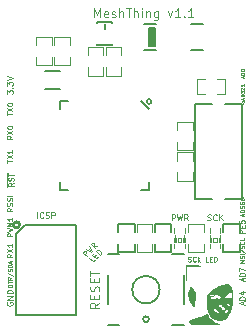
<source format=gto>
G04 (created by PCBNEW (2013-mar-13)-testing) date Mon 16 Sep 2013 00:05:21 EST*
%MOIN*%
G04 Gerber Fmt 3.4, Leading zero omitted, Abs format*
%FSLAX34Y34*%
G01*
G70*
G90*
G04 APERTURE LIST*
%ADD10C,0.003937*%
%ADD11C,0.004921*%
%ADD12C,0.002953*%
%ADD13C,0.004700*%
%ADD14C,0.005906*%
%ADD15C,0.007000*%
%ADD16C,0.008000*%
%ADD17C,0.005000*%
%ADD18C,0.004000*%
%ADD19C,0.002600*%
%ADD20C,0.007900*%
%ADD21C,0.010000*%
%ADD22C,0.000100*%
%ADD23C,0.003445*%
%ADD24C,0.004429*%
G04 APERTURE END LIST*
G54D10*
G54D11*
X4046Y10579D02*
X4046Y10874D01*
X4145Y10663D01*
X4243Y10874D01*
X4243Y10579D01*
X4496Y10593D02*
X4468Y10579D01*
X4412Y10579D01*
X4384Y10593D01*
X4370Y10621D01*
X4370Y10733D01*
X4384Y10761D01*
X4412Y10775D01*
X4468Y10775D01*
X4496Y10761D01*
X4510Y10733D01*
X4510Y10705D01*
X4370Y10677D01*
X4623Y10593D02*
X4651Y10579D01*
X4707Y10579D01*
X4735Y10593D01*
X4750Y10621D01*
X4750Y10635D01*
X4735Y10663D01*
X4707Y10677D01*
X4665Y10677D01*
X4637Y10691D01*
X4623Y10719D01*
X4623Y10733D01*
X4637Y10761D01*
X4665Y10775D01*
X4707Y10775D01*
X4735Y10761D01*
X4876Y10579D02*
X4876Y10874D01*
X5003Y10579D02*
X5003Y10733D01*
X4989Y10761D01*
X4960Y10775D01*
X4918Y10775D01*
X4890Y10761D01*
X4876Y10747D01*
X5101Y10874D02*
X5270Y10874D01*
X5185Y10579D02*
X5185Y10874D01*
X5368Y10579D02*
X5368Y10874D01*
X5495Y10579D02*
X5495Y10733D01*
X5481Y10761D01*
X5453Y10775D01*
X5410Y10775D01*
X5382Y10761D01*
X5368Y10747D01*
X5635Y10579D02*
X5635Y10775D01*
X5635Y10874D02*
X5621Y10860D01*
X5635Y10846D01*
X5649Y10860D01*
X5635Y10874D01*
X5635Y10846D01*
X5776Y10775D02*
X5776Y10579D01*
X5776Y10747D02*
X5790Y10761D01*
X5818Y10775D01*
X5860Y10775D01*
X5888Y10761D01*
X5902Y10733D01*
X5902Y10579D01*
X6170Y10775D02*
X6170Y10536D01*
X6156Y10508D01*
X6142Y10494D01*
X6113Y10480D01*
X6071Y10480D01*
X6043Y10494D01*
X6170Y10593D02*
X6142Y10579D01*
X6085Y10579D01*
X6057Y10593D01*
X6043Y10607D01*
X6029Y10635D01*
X6029Y10719D01*
X6043Y10747D01*
X6057Y10761D01*
X6085Y10775D01*
X6142Y10775D01*
X6170Y10761D01*
X6507Y10775D02*
X6577Y10579D01*
X6648Y10775D01*
X6915Y10579D02*
X6746Y10579D01*
X6830Y10579D02*
X6830Y10874D01*
X6802Y10832D01*
X6774Y10803D01*
X6746Y10789D01*
X7041Y10607D02*
X7055Y10593D01*
X7041Y10579D01*
X7027Y10593D01*
X7041Y10607D01*
X7041Y10579D01*
X7337Y10579D02*
X7168Y10579D01*
X7252Y10579D02*
X7252Y10874D01*
X7224Y10832D01*
X7196Y10803D01*
X7168Y10789D01*
G54D12*
X7173Y2448D02*
X7195Y2440D01*
X7233Y2440D01*
X7248Y2448D01*
X7255Y2455D01*
X7263Y2470D01*
X7263Y2485D01*
X7255Y2500D01*
X7248Y2508D01*
X7233Y2515D01*
X7203Y2523D01*
X7188Y2530D01*
X7180Y2538D01*
X7173Y2553D01*
X7173Y2568D01*
X7180Y2583D01*
X7188Y2590D01*
X7203Y2598D01*
X7240Y2598D01*
X7263Y2590D01*
X7420Y2455D02*
X7413Y2448D01*
X7390Y2440D01*
X7375Y2440D01*
X7353Y2448D01*
X7338Y2463D01*
X7330Y2478D01*
X7323Y2508D01*
X7323Y2530D01*
X7330Y2560D01*
X7338Y2575D01*
X7353Y2590D01*
X7375Y2598D01*
X7390Y2598D01*
X7413Y2590D01*
X7420Y2583D01*
X7488Y2440D02*
X7488Y2598D01*
X7578Y2440D02*
X7510Y2530D01*
X7578Y2598D02*
X7488Y2508D01*
X7840Y2440D02*
X7765Y2440D01*
X7765Y2598D01*
X7893Y2523D02*
X7945Y2523D01*
X7968Y2440D02*
X7893Y2440D01*
X7893Y2598D01*
X7968Y2598D01*
X8035Y2440D02*
X8035Y2598D01*
X8073Y2598D01*
X8095Y2590D01*
X8110Y2575D01*
X8118Y2560D01*
X8125Y2530D01*
X8125Y2508D01*
X8118Y2478D01*
X8110Y2463D01*
X8095Y2448D01*
X8073Y2440D01*
X8035Y2440D01*
X3783Y2614D02*
X3658Y2740D01*
X3705Y2787D01*
X3723Y2793D01*
X3735Y2793D01*
X3753Y2787D01*
X3771Y2769D01*
X3777Y2752D01*
X3777Y2740D01*
X3771Y2722D01*
X3723Y2674D01*
X3771Y2853D02*
X3926Y2758D01*
X3860Y2871D01*
X3974Y2805D01*
X3878Y2960D01*
X4123Y2954D02*
X4021Y2972D01*
X4051Y2883D02*
X3926Y3008D01*
X3974Y3056D01*
X3992Y3062D01*
X4004Y3062D01*
X4021Y3056D01*
X4039Y3038D01*
X4045Y3020D01*
X4045Y3008D01*
X4039Y2990D01*
X3992Y2942D01*
X4066Y2505D02*
X4006Y2445D01*
X3881Y2570D01*
X4042Y2612D02*
X4083Y2654D01*
X4167Y2606D02*
X4107Y2546D01*
X3982Y2672D01*
X4042Y2731D01*
X4221Y2660D02*
X4095Y2785D01*
X4125Y2815D01*
X4149Y2827D01*
X4173Y2827D01*
X4191Y2821D01*
X4221Y2803D01*
X4239Y2785D01*
X4256Y2755D01*
X4262Y2737D01*
X4262Y2713D01*
X4251Y2690D01*
X4221Y2660D01*
G54D11*
X7813Y3821D02*
X7841Y3812D01*
X7888Y3812D01*
X7907Y3821D01*
X7916Y3831D01*
X7926Y3850D01*
X7926Y3868D01*
X7916Y3887D01*
X7907Y3896D01*
X7888Y3906D01*
X7851Y3915D01*
X7832Y3925D01*
X7823Y3934D01*
X7813Y3953D01*
X7813Y3971D01*
X7823Y3990D01*
X7832Y4000D01*
X7851Y4009D01*
X7898Y4009D01*
X7926Y4000D01*
X8123Y3831D02*
X8113Y3821D01*
X8085Y3812D01*
X8066Y3812D01*
X8038Y3821D01*
X8020Y3840D01*
X8010Y3859D01*
X8001Y3896D01*
X8001Y3925D01*
X8010Y3962D01*
X8020Y3981D01*
X8038Y4000D01*
X8066Y4009D01*
X8085Y4009D01*
X8113Y4000D01*
X8123Y3990D01*
X8207Y3812D02*
X8207Y4009D01*
X8320Y3812D02*
X8235Y3925D01*
X8320Y4009D02*
X8207Y3896D01*
X4204Y1071D02*
X4063Y972D01*
X4204Y902D02*
X3909Y902D01*
X3909Y1014D01*
X3923Y1043D01*
X3937Y1057D01*
X3965Y1071D01*
X4007Y1071D01*
X4035Y1057D01*
X4049Y1043D01*
X4063Y1014D01*
X4063Y902D01*
X4049Y1197D02*
X4049Y1296D01*
X4204Y1338D02*
X4204Y1197D01*
X3909Y1197D01*
X3909Y1338D01*
X4190Y1450D02*
X4204Y1492D01*
X4204Y1563D01*
X4190Y1591D01*
X4176Y1605D01*
X4148Y1619D01*
X4120Y1619D01*
X4091Y1605D01*
X4077Y1591D01*
X4063Y1563D01*
X4049Y1507D01*
X4035Y1478D01*
X4021Y1464D01*
X3993Y1450D01*
X3965Y1450D01*
X3937Y1464D01*
X3923Y1478D01*
X3909Y1507D01*
X3909Y1577D01*
X3923Y1619D01*
X4049Y1746D02*
X4049Y1844D01*
X4204Y1886D02*
X4204Y1746D01*
X3909Y1746D01*
X3909Y1886D01*
X3909Y1971D02*
X3909Y2139D01*
X4204Y2055D02*
X3909Y2055D01*
X6623Y3812D02*
X6623Y4009D01*
X6698Y4009D01*
X6717Y4000D01*
X6726Y3990D01*
X6735Y3971D01*
X6735Y3943D01*
X6726Y3925D01*
X6717Y3915D01*
X6698Y3906D01*
X6623Y3906D01*
X6801Y4009D02*
X6848Y3812D01*
X6885Y3953D01*
X6923Y3812D01*
X6970Y4009D01*
X7157Y3812D02*
X7092Y3906D01*
X7045Y3812D02*
X7045Y4009D01*
X7120Y4009D01*
X7138Y4000D01*
X7148Y3990D01*
X7157Y3971D01*
X7157Y3943D01*
X7148Y3925D01*
X7138Y3915D01*
X7120Y3906D01*
X7045Y3906D01*
G54D13*
X2618Y9649D02*
X2618Y9924D01*
X2618Y9255D02*
X2618Y8980D01*
X2106Y9649D02*
X2106Y9924D01*
X2106Y8980D02*
X2106Y9255D01*
X2112Y9924D02*
X2612Y9924D01*
X2612Y8980D02*
X2112Y8980D01*
X4432Y8913D02*
X4432Y8638D01*
X4432Y9307D02*
X4432Y9582D01*
X4944Y8913D02*
X4944Y8638D01*
X4944Y9582D02*
X4944Y9307D01*
X4938Y8638D02*
X4438Y8638D01*
X4438Y9582D02*
X4938Y9582D01*
X3822Y8913D02*
X3822Y8638D01*
X3822Y9307D02*
X3822Y9582D01*
X4334Y8913D02*
X4334Y8638D01*
X4334Y9582D02*
X4334Y9307D01*
X4328Y8638D02*
X3828Y8638D01*
X3828Y9582D02*
X4328Y9582D01*
X3228Y9649D02*
X3228Y9924D01*
X3228Y9255D02*
X3228Y8980D01*
X2716Y9649D02*
X2716Y9924D01*
X2716Y8980D02*
X2716Y9255D01*
X2722Y9924D02*
X3222Y9924D01*
X3222Y8980D02*
X2722Y8980D01*
X5464Y3019D02*
X5464Y2744D01*
X5464Y3413D02*
X5464Y3688D01*
X5976Y3019D02*
X5976Y2744D01*
X5976Y3688D02*
X5976Y3413D01*
X5970Y2744D02*
X5470Y2744D01*
X5470Y3688D02*
X5970Y3688D01*
X8126Y8011D02*
X8401Y8011D01*
X7732Y8011D02*
X7457Y8011D01*
X8126Y8523D02*
X8401Y8523D01*
X7457Y8523D02*
X7732Y8523D01*
X8401Y8517D02*
X8401Y8017D01*
X7457Y8017D02*
X7457Y8517D01*
X7181Y3019D02*
X7181Y2744D01*
X7181Y3413D02*
X7181Y3688D01*
X7693Y3019D02*
X7693Y2744D01*
X7693Y3688D02*
X7693Y3413D01*
X7687Y2744D02*
X7187Y2744D01*
X7187Y3688D02*
X7687Y3688D01*
X6806Y5409D02*
X6806Y5134D01*
X6806Y5803D02*
X6806Y6078D01*
X7318Y5409D02*
X7318Y5134D01*
X7318Y6078D02*
X7318Y5803D01*
X7312Y5134D02*
X6812Y5134D01*
X6812Y6078D02*
X7312Y6078D01*
X7318Y6811D02*
X7318Y7086D01*
X7318Y6417D02*
X7318Y6142D01*
X6806Y6811D02*
X6806Y7086D01*
X6806Y6142D02*
X6806Y6417D01*
X6812Y7086D02*
X7312Y7086D01*
X7312Y6142D02*
X6812Y6142D01*
G54D14*
X5862Y515D02*
G75*
G03X5862Y515I-98J0D01*
G74*
G01*
G54D15*
X6645Y2676D02*
X7037Y2676D01*
X4489Y2676D02*
X4881Y2676D01*
X7037Y324D02*
X6645Y324D01*
X4489Y324D02*
X4881Y324D01*
X7037Y1010D02*
X7037Y1990D01*
X4489Y1990D02*
X4489Y1010D01*
G54D16*
X6219Y1500D02*
G75*
G03X6219Y1500I-456J0D01*
G74*
G01*
G54D17*
X6605Y3413D02*
X6605Y3691D01*
X6605Y3691D02*
X6055Y3691D01*
X6055Y3691D02*
X6055Y3413D01*
X6605Y2741D02*
X6605Y3019D01*
X6605Y2741D02*
X6055Y2741D01*
X6055Y2741D02*
X6055Y3019D01*
X5385Y3413D02*
X5385Y3691D01*
X5385Y3691D02*
X4835Y3691D01*
X4835Y3691D02*
X4835Y3413D01*
X5385Y2741D02*
X5385Y3019D01*
X5385Y2741D02*
X4835Y2741D01*
X4835Y2741D02*
X4835Y3019D01*
G54D18*
X7043Y3330D02*
X7043Y3106D01*
X6728Y3326D02*
X6728Y3110D01*
G54D19*
X6708Y3039D02*
X6708Y2882D01*
X7062Y3039D02*
X7062Y2882D01*
X6708Y3550D02*
X6708Y3393D01*
X7062Y3550D02*
X7062Y3393D01*
X7062Y3216D02*
X7003Y3216D01*
X7003Y3216D02*
X7003Y3098D01*
X7062Y3098D02*
X7003Y3098D01*
X7062Y3216D02*
X7062Y3098D01*
X6767Y3216D02*
X6708Y3216D01*
X6708Y3216D02*
X6708Y3098D01*
X6767Y3098D02*
X6708Y3098D01*
X6767Y3216D02*
X6767Y3098D01*
X6944Y3216D02*
X6826Y3216D01*
X6826Y3216D02*
X6826Y3098D01*
X6944Y3098D02*
X6826Y3098D01*
X6944Y3216D02*
X6944Y3098D01*
G54D14*
X6000Y10240D02*
X6000Y9610D01*
X6000Y9610D02*
X5940Y9610D01*
X5940Y9610D02*
X5940Y10240D01*
X5940Y10240D02*
X5901Y10240D01*
X5901Y10240D02*
X5901Y9610D01*
X6059Y9610D02*
X6059Y10240D01*
X6059Y10240D02*
X5872Y10240D01*
X5872Y10240D02*
X5872Y9610D01*
X5872Y9610D02*
X6059Y9610D01*
X5685Y10348D02*
X6088Y10348D01*
X5685Y9501D02*
X6088Y9501D01*
X7653Y10348D02*
X7250Y10348D01*
X7653Y9501D02*
X7250Y9501D01*
X2883Y8192D02*
X2391Y8192D01*
X2883Y8783D02*
X2391Y8783D01*
X4129Y9649D02*
X4129Y9696D01*
X4129Y10437D02*
X4129Y10389D01*
X4641Y10437D02*
X4641Y10389D01*
X4641Y9649D02*
X4641Y9696D01*
G54D16*
X4385Y10370D02*
X4385Y10196D01*
G54D14*
X4129Y10437D02*
X4641Y10437D01*
X4641Y9649D02*
X4129Y9649D01*
X8972Y7685D02*
X8411Y7685D01*
X7397Y7685D02*
X7958Y7685D01*
X7397Y4535D02*
X7958Y4535D01*
X8411Y4535D02*
X8972Y4535D01*
X7397Y4535D02*
X7397Y7685D01*
X8972Y7685D02*
X8972Y4535D01*
G54D18*
X8224Y3330D02*
X8224Y3106D01*
X7909Y3326D02*
X7909Y3110D01*
G54D19*
X7889Y3039D02*
X7889Y2882D01*
X8243Y3039D02*
X8243Y2882D01*
X7889Y3550D02*
X7889Y3393D01*
X8243Y3550D02*
X8243Y3393D01*
X8243Y3216D02*
X8184Y3216D01*
X8184Y3216D02*
X8184Y3098D01*
X8243Y3098D02*
X8184Y3098D01*
X8243Y3216D02*
X8243Y3098D01*
X7948Y3216D02*
X7889Y3216D01*
X7889Y3216D02*
X7889Y3098D01*
X7948Y3098D02*
X7889Y3098D01*
X7948Y3216D02*
X7948Y3098D01*
X8125Y3216D02*
X8007Y3216D01*
X8007Y3216D02*
X8007Y3098D01*
X8125Y3098D02*
X8007Y3098D01*
X8125Y3216D02*
X8125Y3098D01*
G54D17*
X8335Y3019D02*
X8335Y2741D01*
X8335Y2741D02*
X8885Y2741D01*
X8885Y2741D02*
X8885Y3019D01*
X8335Y3691D02*
X8335Y3413D01*
X8335Y3691D02*
X8885Y3691D01*
X8885Y3691D02*
X8885Y3413D01*
G54D14*
X5948Y7773D02*
G75*
G03X5948Y7773I-76J0D01*
G74*
G01*
G54D20*
X2909Y7537D02*
X2909Y7783D01*
X2909Y7783D02*
X3155Y7783D01*
X3155Y4831D02*
X2909Y4831D01*
X2909Y4831D02*
X2909Y5077D01*
X5861Y5077D02*
X5861Y4831D01*
X5861Y4831D02*
X5615Y4831D01*
X5615Y7783D02*
X5861Y7537D01*
G54D16*
X3421Y3669D02*
X1744Y3669D01*
X1429Y669D02*
X1425Y3350D01*
X1429Y3354D02*
X1744Y3669D01*
G54D21*
X1553Y3661D02*
G75*
G03X1553Y3661I-98J0D01*
G74*
G01*
G54D16*
X3429Y3669D02*
X3429Y669D01*
X3429Y669D02*
X1429Y669D01*
G54D22*
G36*
X8934Y2292D02*
X8026Y2283D01*
X7118Y2273D01*
X7108Y1282D01*
X7099Y291D01*
X7091Y1299D01*
X7084Y2307D01*
X8009Y2300D01*
X8934Y2292D01*
X8934Y2292D01*
X8934Y2292D01*
G37*
G36*
X8217Y341D02*
X8185Y327D01*
X8092Y316D01*
X7946Y310D01*
X7755Y307D01*
X7569Y308D01*
X7438Y312D01*
X7350Y319D01*
X7293Y332D01*
X7256Y353D01*
X7234Y374D01*
X7201Y415D01*
X7204Y443D01*
X7251Y474D01*
X7325Y507D01*
X7439Y550D01*
X7550Y580D01*
X7584Y586D01*
X7668Y609D01*
X7721Y650D01*
X7722Y651D01*
X7768Y685D01*
X7821Y677D01*
X7850Y634D01*
X7850Y629D01*
X7876Y588D01*
X7939Y531D01*
X7967Y512D01*
X8039Y456D01*
X8080Y413D01*
X8084Y403D01*
X8111Y380D01*
X8150Y374D01*
X8204Y360D01*
X8217Y341D01*
X8217Y341D01*
X8217Y341D01*
G37*
G36*
X8676Y1140D02*
X8666Y984D01*
X8649Y885D01*
X8649Y1326D01*
X8649Y1383D01*
X8625Y1407D01*
X8574Y1390D01*
X8502Y1347D01*
X8432Y1296D01*
X8388Y1253D01*
X8384Y1241D01*
X8412Y1217D01*
X8480Y1208D01*
X8561Y1217D01*
X8597Y1228D01*
X8631Y1264D01*
X8649Y1326D01*
X8649Y885D01*
X8643Y850D01*
X8615Y772D01*
X8579Y715D01*
X8579Y929D01*
X8561Y976D01*
X8509Y1011D01*
X8458Y1036D01*
X8456Y1026D01*
X8497Y979D01*
X8531Y929D01*
X8524Y908D01*
X8523Y907D01*
X8483Y881D01*
X8438Y815D01*
X8434Y808D01*
X8406Y750D01*
X8406Y857D01*
X8385Y902D01*
X8366Y907D01*
X8322Y934D01*
X8297Y973D01*
X8261Y1018D01*
X8259Y1018D01*
X8259Y1243D01*
X8252Y1270D01*
X8209Y1298D01*
X8130Y1320D01*
X8036Y1334D01*
X7951Y1338D01*
X7894Y1329D01*
X7884Y1316D01*
X7912Y1297D01*
X7975Y1296D01*
X8067Y1309D01*
X7984Y1271D01*
X7927Y1243D01*
X7929Y1224D01*
X7967Y1206D01*
X8041Y1180D01*
X8077Y1186D01*
X8095Y1216D01*
X8119Y1239D01*
X8139Y1220D01*
X8184Y1196D01*
X8233Y1208D01*
X8259Y1243D01*
X8259Y1018D01*
X8217Y1006D01*
X8190Y977D01*
X8211Y942D01*
X8249Y910D01*
X8331Y847D01*
X8232Y832D01*
X8182Y823D01*
X8190Y817D01*
X8261Y813D01*
X8270Y812D01*
X8362Y816D01*
X8402Y839D01*
X8406Y857D01*
X8406Y750D01*
X8403Y743D01*
X8405Y722D01*
X8433Y729D01*
X8478Y768D01*
X8484Y790D01*
X8507Y846D01*
X8534Y874D01*
X8579Y929D01*
X8579Y715D01*
X8510Y603D01*
X8398Y495D01*
X8281Y451D01*
X8236Y458D01*
X8236Y720D01*
X8197Y746D01*
X8192Y748D01*
X8134Y792D01*
X8117Y829D01*
X8090Y869D01*
X8067Y874D01*
X8022Y863D01*
X8017Y853D01*
X8043Y810D01*
X8103Y760D01*
X8172Y720D01*
X8214Y710D01*
X8236Y720D01*
X8236Y458D01*
X8217Y460D01*
X8217Y657D01*
X8200Y674D01*
X8184Y657D01*
X8200Y641D01*
X8217Y657D01*
X8217Y460D01*
X8184Y464D01*
X8016Y539D01*
X7902Y628D01*
X7833Y744D01*
X7803Y900D01*
X7801Y1074D01*
X7811Y1324D01*
X7981Y1477D01*
X8095Y1570D01*
X8198Y1626D01*
X8317Y1660D01*
X8340Y1664D01*
X8452Y1681D01*
X8521Y1680D01*
X8569Y1659D01*
X8596Y1636D01*
X8634Y1566D01*
X8659Y1449D01*
X8674Y1301D01*
X8676Y1140D01*
X8676Y1140D01*
X8676Y1140D01*
G37*
G36*
X8711Y726D02*
X8705Y699D01*
X8694Y697D01*
X8690Y750D01*
X8690Y757D01*
X8695Y809D01*
X8705Y804D01*
X8707Y799D01*
X8711Y726D01*
X8711Y726D01*
X8711Y726D01*
G37*
G36*
X7442Y1344D02*
X7441Y1248D01*
X7434Y1182D01*
X7414Y1041D01*
X7392Y960D01*
X7362Y934D01*
X7321Y955D01*
X7294Y982D01*
X7233Y1080D01*
X7189Y1204D01*
X7170Y1329D01*
X7181Y1430D01*
X7190Y1450D01*
X7218Y1523D01*
X7222Y1566D01*
X7229Y1606D01*
X7267Y1602D01*
X7322Y1560D01*
X7379Y1492D01*
X7423Y1416D01*
X7442Y1344D01*
X7442Y1344D01*
X7442Y1344D01*
G37*
G36*
X7650Y1124D02*
X7634Y1107D01*
X7617Y1124D01*
X7634Y1141D01*
X7650Y1124D01*
X7650Y1124D01*
X7650Y1124D01*
G37*
G36*
X8250Y957D02*
X8234Y941D01*
X8217Y957D01*
X8234Y974D01*
X8250Y957D01*
X8250Y957D01*
X8250Y957D01*
G37*
G36*
X8606Y1330D02*
X8601Y1310D01*
X8584Y1307D01*
X8556Y1320D01*
X8561Y1330D01*
X8601Y1334D01*
X8606Y1330D01*
X8606Y1330D01*
X8606Y1330D01*
G37*
G54D23*
X9058Y3380D02*
X8881Y3380D01*
X8881Y3447D01*
X8889Y3464D01*
X8898Y3472D01*
X8915Y3481D01*
X8940Y3481D01*
X8957Y3472D01*
X8965Y3464D01*
X8974Y3447D01*
X8974Y3380D01*
X8965Y3557D02*
X8965Y3616D01*
X9058Y3641D02*
X9058Y3557D01*
X8881Y3557D01*
X8881Y3641D01*
X8881Y3801D02*
X8881Y3717D01*
X8965Y3709D01*
X8957Y3717D01*
X8948Y3734D01*
X8948Y3776D01*
X8957Y3793D01*
X8965Y3801D01*
X8982Y3810D01*
X9024Y3810D01*
X9041Y3801D01*
X9050Y3793D01*
X9058Y3776D01*
X9058Y3734D01*
X9050Y3717D01*
X9041Y3709D01*
X9007Y1012D02*
X9007Y1097D01*
X9058Y995D02*
X8881Y1055D01*
X9058Y1114D01*
X9058Y1173D02*
X8881Y1173D01*
X8881Y1215D01*
X8889Y1240D01*
X8906Y1257D01*
X8923Y1265D01*
X8957Y1274D01*
X8982Y1274D01*
X9016Y1265D01*
X9033Y1257D01*
X9050Y1240D01*
X9058Y1215D01*
X9058Y1173D01*
X8940Y1426D02*
X9058Y1426D01*
X8872Y1384D02*
X8999Y1341D01*
X8999Y1451D01*
X9007Y1800D02*
X9007Y1885D01*
X9058Y1783D02*
X8881Y1843D01*
X9058Y1902D01*
X9058Y1961D02*
X8881Y1961D01*
X8881Y2003D01*
X8889Y2028D01*
X8906Y2045D01*
X8923Y2053D01*
X8957Y2062D01*
X8982Y2062D01*
X9016Y2053D01*
X9033Y2045D01*
X9050Y2028D01*
X9058Y2003D01*
X9058Y1961D01*
X8881Y2121D02*
X8881Y2239D01*
X9058Y2163D01*
X9040Y2396D02*
X8902Y2396D01*
X9001Y2442D01*
X8902Y2488D01*
X9040Y2488D01*
X9034Y2547D02*
X9040Y2566D01*
X9040Y2599D01*
X9034Y2612D01*
X9027Y2619D01*
X9014Y2625D01*
X9001Y2625D01*
X8988Y2619D01*
X8981Y2612D01*
X8975Y2599D01*
X8968Y2573D01*
X8961Y2560D01*
X8955Y2553D01*
X8942Y2547D01*
X8929Y2547D01*
X8916Y2553D01*
X8909Y2560D01*
X8902Y2573D01*
X8902Y2606D01*
X8909Y2625D01*
X9040Y2684D02*
X8902Y2684D01*
X8896Y2848D02*
X9073Y2730D01*
X9034Y2888D02*
X9040Y2907D01*
X9040Y2940D01*
X9034Y2953D01*
X9027Y2960D01*
X9014Y2967D01*
X9001Y2967D01*
X8988Y2960D01*
X8981Y2953D01*
X8975Y2940D01*
X8968Y2914D01*
X8961Y2901D01*
X8955Y2894D01*
X8942Y2888D01*
X8929Y2888D01*
X8916Y2894D01*
X8909Y2901D01*
X8902Y2914D01*
X8902Y2947D01*
X8909Y2967D01*
X9027Y3104D02*
X9034Y3098D01*
X9040Y3078D01*
X9040Y3065D01*
X9034Y3045D01*
X9020Y3032D01*
X9007Y3026D01*
X8981Y3019D01*
X8961Y3019D01*
X8935Y3026D01*
X8922Y3032D01*
X8909Y3045D01*
X8902Y3065D01*
X8902Y3078D01*
X8909Y3098D01*
X8916Y3104D01*
X9040Y3229D02*
X9040Y3163D01*
X8902Y3163D01*
G54D12*
X9001Y3961D02*
X9001Y4026D01*
X9040Y3948D02*
X8902Y3994D01*
X9040Y4040D01*
X9040Y4085D02*
X8902Y4085D01*
X8902Y4118D01*
X8909Y4138D01*
X8922Y4151D01*
X8935Y4158D01*
X8961Y4164D01*
X8981Y4164D01*
X9007Y4158D01*
X9020Y4151D01*
X9034Y4138D01*
X9040Y4118D01*
X9040Y4085D01*
X8902Y4289D02*
X8902Y4223D01*
X8968Y4217D01*
X8961Y4223D01*
X8955Y4236D01*
X8955Y4269D01*
X8961Y4282D01*
X8968Y4289D01*
X8981Y4295D01*
X9014Y4295D01*
X9027Y4289D01*
X9034Y4282D01*
X9040Y4269D01*
X9040Y4236D01*
X9034Y4223D01*
X9027Y4217D01*
X8902Y4414D02*
X8902Y4387D01*
X8909Y4374D01*
X8916Y4368D01*
X8935Y4354D01*
X8961Y4348D01*
X9014Y4348D01*
X9027Y4354D01*
X9034Y4361D01*
X9040Y4374D01*
X9040Y4400D01*
X9034Y4414D01*
X9027Y4420D01*
X9014Y4427D01*
X8981Y4427D01*
X8968Y4420D01*
X8961Y4414D01*
X8955Y4400D01*
X8955Y4374D01*
X8961Y4361D01*
X8968Y4354D01*
X8981Y4348D01*
X8988Y4591D02*
X9027Y4486D01*
X8948Y4486D01*
X8988Y4591D01*
X8996Y7696D02*
X8962Y7786D01*
X9030Y7786D01*
X8996Y7696D01*
X9007Y7836D02*
X9007Y7893D01*
X9041Y7825D02*
X8923Y7865D01*
X9041Y7904D01*
X9041Y7943D02*
X8923Y7943D01*
X8923Y7971D01*
X8929Y7988D01*
X8940Y8000D01*
X8951Y8005D01*
X8974Y8011D01*
X8991Y8011D01*
X9013Y8005D01*
X9024Y8000D01*
X9035Y7988D01*
X9041Y7971D01*
X9041Y7943D01*
X8923Y8050D02*
X8923Y8123D01*
X8968Y8084D01*
X8968Y8101D01*
X8974Y8112D01*
X8979Y8118D01*
X8991Y8123D01*
X9019Y8123D01*
X9030Y8118D01*
X9035Y8112D01*
X9041Y8101D01*
X9041Y8067D01*
X9035Y8056D01*
X9030Y8050D01*
X8934Y8168D02*
X8929Y8174D01*
X8923Y8185D01*
X8923Y8213D01*
X8929Y8224D01*
X8934Y8230D01*
X8946Y8236D01*
X8957Y8236D01*
X8974Y8230D01*
X9041Y8163D01*
X9041Y8236D01*
X9041Y8348D02*
X9041Y8281D01*
X9041Y8314D02*
X8923Y8314D01*
X8940Y8303D01*
X8951Y8292D01*
X8957Y8281D01*
X9007Y8565D02*
X9007Y8621D01*
X9041Y8553D02*
X8923Y8593D01*
X9041Y8632D01*
X9041Y8672D02*
X8923Y8672D01*
X8923Y8700D01*
X8929Y8717D01*
X8940Y8728D01*
X8951Y8733D01*
X8974Y8739D01*
X8991Y8739D01*
X9013Y8733D01*
X9024Y8728D01*
X9035Y8717D01*
X9041Y8700D01*
X9041Y8672D01*
X8923Y8812D02*
X8923Y8823D01*
X8929Y8835D01*
X8934Y8840D01*
X8946Y8846D01*
X8968Y8852D01*
X8996Y8852D01*
X9019Y8846D01*
X9030Y8840D01*
X9035Y8835D01*
X9041Y8823D01*
X9041Y8812D01*
X9035Y8801D01*
X9030Y8795D01*
X9019Y8790D01*
X8996Y8784D01*
X8968Y8784D01*
X8946Y8790D01*
X8934Y8795D01*
X8929Y8801D01*
X8923Y8812D01*
G54D11*
X1124Y8024D02*
X1124Y8146D01*
X1199Y8080D01*
X1199Y8108D01*
X1208Y8127D01*
X1218Y8136D01*
X1236Y8146D01*
X1283Y8146D01*
X1302Y8136D01*
X1311Y8127D01*
X1321Y8108D01*
X1321Y8052D01*
X1311Y8033D01*
X1302Y8024D01*
X1302Y8230D02*
X1311Y8239D01*
X1321Y8230D01*
X1311Y8221D01*
X1302Y8230D01*
X1321Y8230D01*
X1124Y8305D02*
X1124Y8427D01*
X1199Y8361D01*
X1199Y8389D01*
X1208Y8408D01*
X1218Y8418D01*
X1236Y8427D01*
X1283Y8427D01*
X1302Y8418D01*
X1311Y8408D01*
X1321Y8389D01*
X1321Y8333D01*
X1311Y8314D01*
X1302Y8305D01*
X1124Y8483D02*
X1321Y8549D01*
X1124Y8614D01*
G54D23*
X1135Y7308D02*
X1135Y7409D01*
X1312Y7359D02*
X1135Y7359D01*
X1135Y7452D02*
X1312Y7570D01*
X1135Y7570D02*
X1312Y7452D01*
X1135Y7671D02*
X1135Y7688D01*
X1143Y7705D01*
X1152Y7713D01*
X1169Y7721D01*
X1202Y7730D01*
X1244Y7730D01*
X1278Y7721D01*
X1295Y7713D01*
X1303Y7705D01*
X1312Y7688D01*
X1312Y7671D01*
X1303Y7654D01*
X1295Y7646D01*
X1278Y7637D01*
X1244Y7629D01*
X1202Y7629D01*
X1169Y7637D01*
X1152Y7646D01*
X1143Y7654D01*
X1135Y7671D01*
X1312Y6626D02*
X1228Y6567D01*
X1312Y6524D02*
X1135Y6524D01*
X1135Y6592D01*
X1143Y6609D01*
X1152Y6617D01*
X1169Y6626D01*
X1194Y6626D01*
X1211Y6617D01*
X1219Y6609D01*
X1228Y6592D01*
X1228Y6524D01*
X1135Y6685D02*
X1312Y6803D01*
X1135Y6803D02*
X1312Y6685D01*
X1135Y6904D02*
X1135Y6921D01*
X1143Y6938D01*
X1152Y6946D01*
X1169Y6955D01*
X1202Y6963D01*
X1244Y6963D01*
X1278Y6955D01*
X1295Y6946D01*
X1303Y6938D01*
X1312Y6921D01*
X1312Y6904D01*
X1303Y6887D01*
X1295Y6879D01*
X1278Y6870D01*
X1244Y6862D01*
X1202Y6862D01*
X1169Y6870D01*
X1152Y6879D01*
X1143Y6887D01*
X1135Y6904D01*
X1135Y5733D02*
X1135Y5834D01*
X1312Y5784D02*
X1135Y5784D01*
X1135Y5877D02*
X1312Y5995D01*
X1135Y5995D02*
X1312Y5877D01*
X1312Y6155D02*
X1312Y6054D01*
X1312Y6104D02*
X1135Y6104D01*
X1160Y6087D01*
X1177Y6071D01*
X1185Y6054D01*
X1351Y5067D02*
X1267Y5008D01*
X1351Y4966D02*
X1174Y4966D01*
X1174Y5034D01*
X1183Y5051D01*
X1191Y5059D01*
X1208Y5067D01*
X1233Y5067D01*
X1250Y5059D01*
X1258Y5051D01*
X1267Y5034D01*
X1267Y4966D01*
X1343Y5135D02*
X1351Y5160D01*
X1351Y5202D01*
X1343Y5219D01*
X1334Y5228D01*
X1318Y5236D01*
X1301Y5236D01*
X1284Y5228D01*
X1275Y5219D01*
X1267Y5202D01*
X1258Y5169D01*
X1250Y5152D01*
X1242Y5143D01*
X1225Y5135D01*
X1208Y5135D01*
X1191Y5143D01*
X1183Y5152D01*
X1174Y5169D01*
X1174Y5211D01*
X1183Y5236D01*
X1174Y5287D02*
X1174Y5388D01*
X1351Y5337D02*
X1174Y5337D01*
X1144Y4924D02*
X1144Y5405D01*
X1312Y4221D02*
X1228Y4162D01*
X1312Y4120D02*
X1135Y4120D01*
X1135Y4188D01*
X1143Y4205D01*
X1152Y4213D01*
X1169Y4221D01*
X1194Y4221D01*
X1211Y4213D01*
X1219Y4205D01*
X1228Y4188D01*
X1228Y4120D01*
X1303Y4289D02*
X1312Y4314D01*
X1312Y4356D01*
X1303Y4373D01*
X1295Y4382D01*
X1278Y4390D01*
X1261Y4390D01*
X1244Y4382D01*
X1236Y4373D01*
X1228Y4356D01*
X1219Y4323D01*
X1211Y4306D01*
X1202Y4297D01*
X1185Y4289D01*
X1169Y4289D01*
X1152Y4297D01*
X1143Y4306D01*
X1135Y4323D01*
X1135Y4365D01*
X1143Y4390D01*
X1303Y4458D02*
X1312Y4483D01*
X1312Y4525D01*
X1303Y4542D01*
X1295Y4550D01*
X1278Y4559D01*
X1261Y4559D01*
X1244Y4550D01*
X1236Y4542D01*
X1228Y4525D01*
X1219Y4491D01*
X1211Y4474D01*
X1202Y4466D01*
X1185Y4458D01*
X1169Y4458D01*
X1152Y4466D01*
X1143Y4474D01*
X1135Y4491D01*
X1135Y4534D01*
X1143Y4559D01*
X1312Y4635D02*
X1135Y4635D01*
X1303Y3294D02*
X1146Y3294D01*
X1146Y3354D01*
X1153Y3369D01*
X1161Y3377D01*
X1176Y3384D01*
X1198Y3384D01*
X1213Y3377D01*
X1221Y3369D01*
X1228Y3354D01*
X1228Y3294D01*
X1146Y3437D02*
X1303Y3474D01*
X1191Y3504D01*
X1303Y3534D01*
X1146Y3572D01*
X1303Y3632D02*
X1146Y3632D01*
X1258Y3684D01*
X1146Y3737D01*
X1303Y3737D01*
X1303Y3894D02*
X1303Y3804D01*
X1303Y3849D02*
X1146Y3849D01*
X1168Y3834D01*
X1183Y3819D01*
X1191Y3804D01*
G54D24*
X1312Y2689D02*
X1228Y2630D01*
X1312Y2587D02*
X1135Y2587D01*
X1135Y2655D01*
X1143Y2672D01*
X1152Y2680D01*
X1169Y2689D01*
X1194Y2689D01*
X1211Y2680D01*
X1219Y2672D01*
X1228Y2655D01*
X1228Y2587D01*
X1135Y2748D02*
X1312Y2866D01*
X1135Y2866D02*
X1312Y2748D01*
X1312Y3026D02*
X1312Y2925D01*
X1312Y2975D02*
X1135Y2975D01*
X1160Y2959D01*
X1177Y2942D01*
X1185Y2925D01*
G54D23*
X1294Y1592D02*
X1156Y1592D01*
X1156Y1625D01*
X1163Y1645D01*
X1176Y1658D01*
X1189Y1664D01*
X1215Y1671D01*
X1235Y1671D01*
X1261Y1664D01*
X1274Y1658D01*
X1288Y1645D01*
X1294Y1625D01*
X1294Y1592D01*
X1156Y1710D02*
X1156Y1789D01*
X1294Y1750D02*
X1156Y1750D01*
X1294Y1914D02*
X1229Y1868D01*
X1294Y1835D02*
X1156Y1835D01*
X1156Y1888D01*
X1163Y1901D01*
X1169Y1907D01*
X1183Y1914D01*
X1202Y1914D01*
X1215Y1907D01*
X1222Y1901D01*
X1229Y1888D01*
X1229Y1835D01*
X1150Y2071D02*
X1327Y1953D01*
X1288Y2111D02*
X1294Y2130D01*
X1294Y2163D01*
X1288Y2176D01*
X1281Y2183D01*
X1268Y2189D01*
X1255Y2189D01*
X1242Y2183D01*
X1235Y2176D01*
X1229Y2163D01*
X1222Y2137D01*
X1215Y2124D01*
X1209Y2117D01*
X1196Y2111D01*
X1183Y2111D01*
X1169Y2117D01*
X1163Y2124D01*
X1156Y2137D01*
X1156Y2170D01*
X1163Y2189D01*
X1294Y2248D02*
X1156Y2248D01*
X1156Y2281D01*
X1163Y2301D01*
X1176Y2314D01*
X1189Y2321D01*
X1215Y2327D01*
X1235Y2327D01*
X1261Y2321D01*
X1274Y2314D01*
X1288Y2301D01*
X1294Y2281D01*
X1294Y2248D01*
X1255Y2380D02*
X1255Y2445D01*
X1294Y2367D02*
X1156Y2412D01*
X1294Y2458D01*
G54D11*
X1133Y1077D02*
X1124Y1059D01*
X1124Y1031D01*
X1133Y1002D01*
X1152Y984D01*
X1171Y974D01*
X1208Y965D01*
X1236Y965D01*
X1274Y974D01*
X1293Y984D01*
X1311Y1002D01*
X1321Y1031D01*
X1321Y1049D01*
X1311Y1077D01*
X1302Y1087D01*
X1236Y1087D01*
X1236Y1049D01*
X1321Y1171D02*
X1124Y1171D01*
X1321Y1284D01*
X1124Y1284D01*
X1321Y1377D02*
X1124Y1377D01*
X1124Y1424D01*
X1133Y1452D01*
X1152Y1471D01*
X1171Y1481D01*
X1208Y1490D01*
X1236Y1490D01*
X1274Y1481D01*
X1293Y1471D01*
X1311Y1452D01*
X1321Y1424D01*
X1321Y1377D01*
G54D23*
G54D11*
X2138Y3891D02*
X2138Y4088D01*
X2344Y3910D02*
X2335Y3900D01*
X2307Y3891D01*
X2288Y3891D01*
X2260Y3900D01*
X2241Y3919D01*
X2232Y3938D01*
X2222Y3975D01*
X2222Y4003D01*
X2232Y4041D01*
X2241Y4059D01*
X2260Y4078D01*
X2288Y4088D01*
X2307Y4088D01*
X2335Y4078D01*
X2344Y4069D01*
X2419Y3900D02*
X2447Y3891D01*
X2494Y3891D01*
X2513Y3900D01*
X2522Y3910D01*
X2532Y3928D01*
X2532Y3947D01*
X2522Y3966D01*
X2513Y3975D01*
X2494Y3985D01*
X2457Y3994D01*
X2438Y4003D01*
X2429Y4013D01*
X2419Y4031D01*
X2419Y4050D01*
X2429Y4069D01*
X2438Y4078D01*
X2457Y4088D01*
X2504Y4088D01*
X2532Y4078D01*
X2616Y3891D02*
X2616Y4088D01*
X2691Y4088D01*
X2710Y4078D01*
X2719Y4069D01*
X2729Y4050D01*
X2729Y4022D01*
X2719Y4003D01*
X2710Y3994D01*
X2691Y3985D01*
X2616Y3985D01*
M02*

</source>
